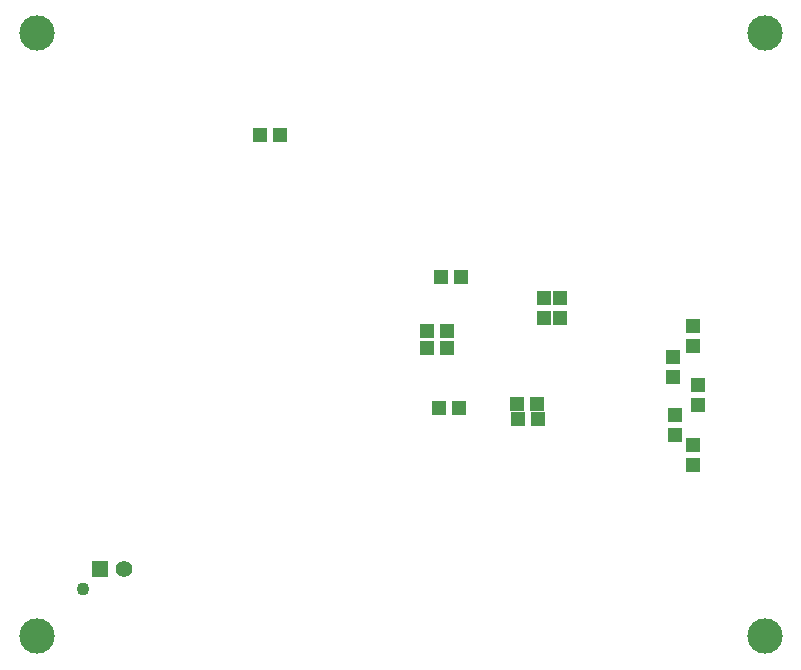
<source format=gbr>
G04 DipTrace 3.2.0.0*
G04 armboard1_layout_12PINCONNECTOR_BottomMask.gbr*
%MOMM*%
G04 #@! TF.FileFunction,Soldermask,Bot*
G04 #@! TF.Part,Single*
%ADD46C,3.0*%
%ADD47C,1.1*%
%ADD63C,1.4*%
%ADD65R,1.4X1.4*%
%ADD85R,1.2X1.3*%
%ADD87R,1.3X1.2*%
%FSLAX35Y35*%
G04*
G71*
G90*
G75*
G01*
G04 BotMask*
%LPD*%
D87*
X-494537Y21183D3*
X-324537D3*
X-494537Y-121690D3*
X-324537D3*
X-206997Y477303D3*
X-376997D3*
X269203Y-602083D3*
X439203D3*
X-397477Y-633830D3*
X-227477D3*
D85*
X633330Y126323D3*
Y296323D3*
X490443Y126213D3*
Y296213D3*
D87*
X270000Y-730000D3*
X440000D3*
D46*
X-3800000Y2540000D3*
Y-2566513D3*
X2362660Y2540000D3*
Y-2566513D3*
D65*
X-3262293Y-1994537D3*
D63*
X-3062293D3*
D47*
X-3412293Y-2164537D3*
D85*
X1756397Y-1115490D3*
Y-945490D3*
X1601357Y-858807D3*
Y-688807D3*
X1796220Y-609760D3*
Y-439760D3*
X1586560Y-372620D3*
Y-202620D3*
X1758753Y-106067D3*
Y63933D3*
D87*
X-1739877Y1680443D3*
X-1909877D3*
M02*

</source>
